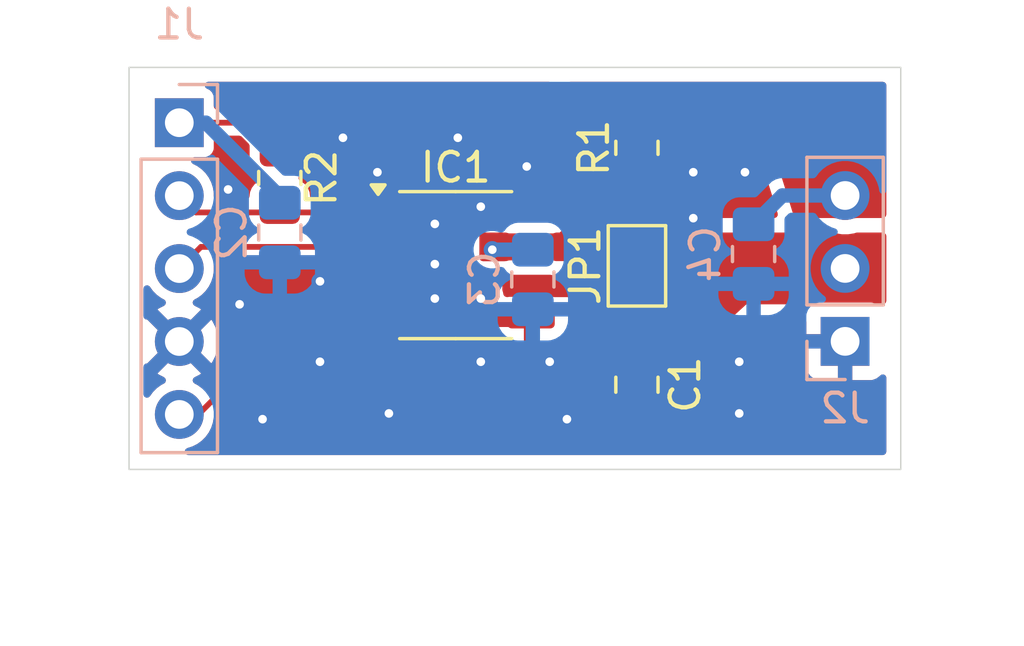
<source format=kicad_pcb>
(kicad_pcb (version 20241229) (generator "pcbnew") (generator_version "9.0")
  (layers (0 "F.Cu" signal) (2 "B.Cu" signal) (13 "F.Paste" user) (15 "B.Paste" user) (5 "F.SilkS" user "F.Silkscreen") (7 "B.SilkS" user "B.Silkscreen") (1 "F.Mask" user) (3 "B.Mask" user) (25 "Edge.Cuts" user))
  (net 0 "")
  (net 1 "Net-(IC1-LIN)")
  (net 2 "GND")
  (net 3 "VBAT")
  (net 4 "Net-(IC1-NSLP)")
  (net 5 "Net-(IC1-TXD)")
  (net 8 "Net-(IC1-RXD)")
  (net 9 "VCC")
  (net 10 "Net-(JP1-B)")
  (footprint "Jumper:SolderJumper-2_P1.3mm_Open_TrianglePad1.0x1.5mm" (layer "F.Cu") (at 154.0875 99.86 90)
    (property "Reference" "JP1" (at 0 -1.8 90) (layer "F.SilkS"))
    (property "Value" "SolderJumper_2_Open")
    (fp_line (start 1.4 -1) (end 1.4 1) (stroke (width 0.12)) (layer "F.SilkS"))
    (fp_line (start -1.4 -1) (end 1.4 -1) (stroke (width 0.12)) (layer "F.SilkS"))
    (fp_line (start 1.4 1) (end -1.4 1) (stroke (width 0.12)) (layer "F.SilkS"))
    (fp_line (start -1.4 1) (end -1.4 -1) (stroke (width 0.12)) (layer "F.SilkS"))
    (pad "1" smd custom (at -0.725 0 90) (size 0.3 0.3) (layers "F.Cu" "F.Mask") (net 1 "Net-(IC1-LIN)") (options (clearance outline) (anchor rect)) (primitives (gr_poly (pts (xy 1 0) (xy 0.5 0.75) (xy -0.5 0.75) (xy -0.5 -0.75) (xy 0.5 -0.75)) (width 0) (fill yes))))
    (pad "2" smd custom (at 0.725 0 90) (size 0.3 0.3) (layers "F.Cu" "F.Mask") (net 10 "Net-(JP1-B)") (options (clearance outline) (anchor rect)) (primitives (gr_poly (pts (xy 0.5 0.75) (xy -0.65 0.75) (xy -0.15 0) (xy -0.65 -0.75) (xy 0.5 -0.75)) (width 0) (fill yes))))
  )
  (footprint "Capacitor_SMD:C_0805_2012Metric_Pad1.18x1.45mm_HandSolder" (layer "F.Cu") (at 154.0875 104 -90)
    (property "Reference" "C1" (at 0 -1.68 90) (layer "F.SilkS"))
    (property "Value" "1nF")
    (fp_line (start -0.261252 0.735) (end 0.261252 0.735) (stroke (width 0.12)) (layer "F.SilkS"))
    (fp_line (start -0.261252 -0.735) (end 0.261252 -0.735) (stroke (width 0.12)) (layer "F.SilkS"))
    (pad "1" smd roundrect (at -1.0375 0 270) (size 1.175 1.45) (layers "F.Cu" "F.Mask" "F.Paste") (roundrect_rratio 0.212766) (net 1 "Net-(IC1-LIN)"))
    (pad "2" smd roundrect (at 1.0375 0 270) (size 1.175 1.45) (layers "F.Cu" "F.Mask" "F.Paste") (roundrect_rratio 0.212766) (net 2 "GND"))
  )
  (footprint "Resistor_SMD:R_0805_2012Metric_Pad1.20x1.40mm_HandSolder" (layer "F.Cu") (at 141.65 96.8 -90)
    (property "Reference" "R2" (at 0 -1.45 90) (layer "F.SilkS"))
    (property "Value" "2K4")
    (fp_line (start -0.227064 0.735) (end 0.227064 0.735) (stroke (width 0.12)) (layer "F.SilkS"))
    (fp_line (start -0.227064 -0.735) (end 0.227064 -0.735) (stroke (width 0.12)) (layer "F.SilkS"))
    (pad "1" smd roundrect (at -1 0 270) (size 1.2 1.4) (layers "F.Cu" "F.Mask" "F.Paste") (roundrect_rratio 0.208333) (net 9 "VCC"))
    (pad "2" smd roundrect (at 1 0 270) (size 1.2 1.4) (layers "F.Cu" "F.Mask" "F.Paste") (roundrect_rratio 0.208333) (net 8 "Net-(IC1-RXD)"))
  )
  (footprint "Resistor_SMD:R_0805_2012Metric_Pad1.20x1.40mm_HandSolder" (layer "F.Cu") (at 154.0875 95.75 -90)
    (property "Reference" "R1" (at 0 1.5 90) (layer "F.SilkS"))
    (property "Value" "1K")
    (fp_line (start -0.227064 0.735) (end 0.227064 0.735) (stroke (width 0.12)) (layer "F.SilkS"))
    (fp_line (start -0.227064 -0.735) (end 0.227064 -0.735) (stroke (width 0.12)) (layer "F.SilkS"))
    (pad "1" smd roundrect (at -1 0 270) (size 1.2 1.4) (layers "F.Cu" "F.Mask" "F.Paste") (roundrect_rratio 0.208333) (net 3 "VBAT"))
    (pad "2" smd roundrect (at 1 0 270) (size 1.2 1.4) (layers "F.Cu" "F.Mask" "F.Paste") (roundrect_rratio 0.208333) (net 10 "Net-(JP1-B)"))
  )
  (footprint "Package_SO:SOP-8_3.9x4.9mm_P1.27mm" (layer "F.Cu") (at 147.775 99.835)
    (property "Reference" "IC1" (at 0 -3.4 0) (layer "F.SilkS"))
    (property "Value" "BD41033FJ-CE2")
    (fp_line (start 0 -2.56) (end -1.95 -2.56) (stroke (width 0.12)) (layer "F.SilkS"))
    (fp_line (start 0 -2.56) (end 1.95 -2.56) (stroke (width 0.12)) (layer "F.SilkS"))
    (fp_line (start 0 2.56) (end -1.95 2.56) (stroke (width 0.12)) (layer "F.SilkS"))
    (fp_line (start 0 2.56) (end 1.95 2.56) (stroke (width 0.12)) (layer "F.SilkS"))
    (fp_poly (pts (xy -2.7 -2.465) (xy -2.94 -2.795) (xy -2.46 -2.795) (xy -2.7 -2.465)) (stroke (width 0.12)) (fill yes) (layer "F.SilkS"))
    (pad "1" smd roundrect (at -2.625 -1.905) (size 1.65 0.6) (layers "F.Cu" "F.Mask" "F.Paste") (net 8 "Net-(IC1-RXD)"))
    (pad "2" smd roundrect (at -2.625 -0.635) (size 1.65 0.6) (layers "F.Cu" "F.Mask" "F.Paste") (net 4 "Net-(IC1-NSLP)"))
    (pad "3" smd roundrect (at -2.625 0.635) (size 1.65 0.6) (layers "F.Cu" "F.Mask" "F.Paste"))
    (pad "4" smd roundrect (at -2.625 1.905) (size 1.65 0.6) (layers "F.Cu" "F.Mask" "F.Paste") (net 5 "Net-(IC1-TXD)"))
    (pad "5" smd roundrect (at 2.625 1.905) (size 1.65 0.6) (layers "F.Cu" "F.Mask" "F.Paste") (net 2 "GND"))
    (pad "6" smd roundrect (at 2.625 0.635) (size 1.65 0.6) (layers "F.Cu" "F.Mask" "F.Paste") (net 1 "Net-(IC1-LIN)"))
    (pad "7" smd roundrect (at 2.625 -0.635) (size 1.65 0.6) (layers "F.Cu" "F.Mask" "F.Paste") (net 3 "VBAT"))
    (pad "8" smd roundrect (at 2.625 -1.905) (size 1.65 0.6) (layers "F.Cu" "F.Mask" "F.Paste"))
  )
  (footprint "Connector_PinHeader_2.54mm:PinHeader_1x05_P2.54mm_Vertical" (layer "B.Cu") (at 138.15 94.875 180)
    (property "Reference" "J1" (at 0 3.425 0) (layer "B.SilkS") (effects (justify mirror)))
    (property "Value" "Conn_01x05_Pin")
    (fp_line (start 1.33 -1.27) (end 1.33 -11.49) (stroke (width 0.12)) (layer "B.SilkS"))
    (fp_line (start -1.33 1.33) (end 0 1.33) (stroke (width 0.12)) (layer "B.SilkS"))
    (fp_line (start -1.33 0) (end -1.33 1.33) (stroke (width 0.12)) (layer "B.SilkS"))
    (fp_line (start -1.33 -1.27) (end 1.33 -1.27) (stroke (width 0.12)) (layer "B.SilkS"))
    (fp_line (start -1.33 -1.27) (end -1.33 -11.49) (stroke (width 0.12)) (layer "B.SilkS"))
    (fp_line (start -1.33 -11.49) (end 1.33 -11.49) (stroke (width 0.12)) (layer "B.SilkS"))
    (pad "1" thru_hole rect (at 0 0 180) (size 1.7 1.7) (drill 1) (layers "*.Cu" "*.Mask") (net 9 "VCC"))
    (pad "2" thru_hole oval (at 0 -2.54 180) (size 1.7 1.7) (drill 1) (layers "*.Cu" "*.Mask") (net 8 "Net-(IC1-RXD)"))
    (pad "3" thru_hole oval (at 0 -5.08 180) (size 1.7 1.7) (drill 1) (layers "*.Cu" "*.Mask") (net 4 "Net-(IC1-NSLP)"))
    (pad "4" thru_hole oval (at 0 -7.62 180) (size 1.7 1.7) (drill 1) (layers "*.Cu" "*.Mask") (net 2 "GND"))
    (pad "5" thru_hole oval (at 0 -10.16 180) (size 1.7 1.7) (drill 1) (layers "*.Cu" "*.Mask") (net 5 "Net-(IC1-TXD)"))
  )
  (footprint "Capacitor_SMD:C_0805_2012Metric_Pad1.18x1.45mm_HandSolder" (layer "B.Cu") (at 141.65 98.7 -90)
    (property "Reference" "C2" (at 0 1.68 90) (layer "B.SilkS") (effects (justify mirror)))
    (property "Value" "1u")
    (fp_line (start -0.261252 0.735) (end 0.261252 0.735) (stroke (width 0.12)) (layer "B.SilkS"))
    (fp_line (start -0.261252 -0.735) (end 0.261252 -0.735) (stroke (width 0.12)) (layer "B.SilkS"))
    (pad "1" smd roundrect (at -1.0375 0 270) (size 1.175 1.45) (layers "B.Cu" "B.Mask" "B.Paste") (roundrect_rratio 0.212766) (net 9 "VCC"))
    (pad "2" smd roundrect (at 1.0375 0 270) (size 1.175 1.45) (layers "B.Cu" "B.Mask" "B.Paste") (roundrect_rratio 0.212766) (net 2 "GND"))
  )
  (footprint "Connector_PinHeader_2.54mm:PinHeader_1x03_P2.54mm_Vertical" (layer "B.Cu") (at 161.3375 102.49)
    (property "Reference" "J2" (at 0 2.33 0) (layer "B.SilkS") (effects (justify mirror)))
    (property "Value" "Conn_01x03_Pin")
    (fp_line (start -1.33 -6.41) (end 1.33 -6.41) (stroke (width 0.12)) (layer "B.SilkS"))
    (fp_line (start -1.33 -1.27) (end -1.33 -6.41) (stroke (width 0.12)) (layer "B.SilkS"))
    (fp_line (start -1.33 -1.27) (end 1.33 -1.27) (stroke (width 0.12)) (layer "B.SilkS"))
    (fp_line (start -1.33 0) (end -1.33 1.33) (stroke (width 0.12)) (layer "B.SilkS"))
    (fp_line (start -1.33 1.33) (end 0 1.33) (stroke (width 0.12)) (layer "B.SilkS"))
    (fp_line (start 1.33 -1.27) (end 1.33 -6.41) (stroke (width 0.12)) (layer "B.SilkS"))
    (pad "1" thru_hole rect (at 0 0) (size 1.7 1.7) (drill 1) (layers "*.Cu" "*.Mask") (net 2 "GND"))
    (pad "2" thru_hole oval (at 0 -2.54) (size 1.7 1.7) (drill 1) (layers "*.Cu" "*.Mask") (net 1 "Net-(IC1-LIN)"))
    (pad "3" thru_hole oval (at 0 -5.08) (size 1.7 1.7) (drill 1) (layers "*.Cu" "*.Mask") (net 3 "VBAT"))
  )
  (footprint "Capacitor_SMD:C_0805_2012Metric_Pad1.18x1.45mm_HandSolder" (layer "B.Cu") (at 150.4625 100.335 -90)
    (property "Reference" "C3" (at 0 1.68 90) (layer "B.SilkS") (effects (justify mirror)))
    (property "Value" "100n")
    (fp_line (start -0.261252 0.735) (end 0.261252 0.735) (stroke (width 0.12)) (layer "B.SilkS"))
    (fp_line (start -0.261252 -0.735) (end 0.261252 -0.735) (stroke (width 0.12)) (layer "B.SilkS"))
    (pad "1" smd roundrect (at -1.0375 0 270) (size 1.175 1.45) (layers "B.Cu" "B.Mask" "B.Paste") (roundrect_rratio 0.212766) (net 3 "VBAT"))
    (pad "2" smd roundrect (at 1.0375 0 270) (size 1.175 1.45) (layers "B.Cu" "B.Mask" "B.Paste") (roundrect_rratio 0.212766) (net 2 "GND"))
  )
  (footprint "Capacitor_SMD:C_0805_2012Metric_Pad1.18x1.45mm_HandSolder" (layer "B.Cu") (at 158.15 99.45 -90)
    (property "Reference" "C4" (at 0 1.68 90) (layer "B.SilkS") (effects (justify mirror)))
    (property "Value" "1u")
    (fp_line (start -0.261252 0.735) (end 0.261252 0.735) (stroke (width 0.12)) (layer "B.SilkS"))
    (fp_line (start -0.261252 -0.735) (end 0.261252 -0.735) (stroke (width 0.12)) (layer "B.SilkS"))
    (pad "1" smd roundrect (at -1.0375 0 270) (size 1.175 1.45) (layers "B.Cu" "B.Mask" "B.Paste") (roundrect_rratio 0.212766) (net 3 "VBAT"))
    (pad "2" smd roundrect (at 1.0375 0 270) (size 1.175 1.45) (layers "B.Cu" "B.Mask" "B.Paste") (roundrect_rratio 0.212766) (net 2 "GND"))
  )
  (gr_rect (start 136.4 92.95) (end 163.275 106.95) (stroke (width 0.05)) (fill no) (layer "Edge.Cuts"))
  (via (at 147.85 95.4) (size 0.6) (drill 0.3) (layers "F.Cu" "B.Cu") (net 2))
  (via (at 145.45 105) (size 0.6) (drill 0.3) (layers "F.Cu" "B.Cu") (net 2))
  (via (at 143.05 103.2) (size 0.6) (drill 0.3) (layers "F.Cu" "B.Cu") (net 2))
  (via (at 143.05 100.4) (size 0.6) (drill 0.3) (layers "F.Cu" "B.Cu") (net 2))
  (via (at 143.85 95.4) (size 0.6) (drill 0.3) (layers "F.Cu" "B.Cu") (net 2))
  (via (at 157.65 105) (size 0.6) (drill 0.3) (layers "F.Cu" "B.Cu") (net 2))
  (via (at 157.65 103.2) (size 0.6) (drill 0.3) (layers "F.Cu" "B.Cu") (net 2))
  (via (at 150.25 96.4) (size 0.6) (drill 0.3) (layers "F.Cu" "B.Cu") (net 2))
  (via (at 147.05 98.4) (size 0.6) (drill 0.3) (layers "F.Cu" "B.Cu") (net 2))
  (via (at 157.85 96.6) (size 0.6) (drill 0.3) (layers "F.Cu" "B.Cu") (net 2))
  (via (at 147.05 99.8) (size 0.6) (drill 0.3) (layers "F.Cu" "B.Cu") (net 2))
  (via (at 151.05 103.2) (size 0.6) (drill 0.3) (layers "F.Cu" "B.Cu") (net 2))
  (via (at 141.05 105.2) (size 0.6) (drill 0.3) (layers "F.Cu" "B.Cu") (net 2))
  (via (at 148.65 97.8) (size 0.6) (drill 0.3) (layers "F.Cu" "B.Cu") (net 2))
  (via (at 139.85 97.2) (size 0.6) (drill 0.3) (layers "F.Cu" "B.Cu") (net 2))
  (via (at 148.65 103.2) (size 0.6) (drill 0.3) (layers "F.Cu" "B.Cu") (net 2))
  (via (at 140.25 101.2) (size 0.6) (drill 0.3) (layers "F.Cu" "B.Cu") (net 2))
  (via (at 148.65 101) (size 0.6) (drill 0.3) (layers "F.Cu" "B.Cu") (net 2))
  (via (at 145.05 96.6) (size 0.6) (drill 0.3) (layers "F.Cu" "B.Cu") (net 2))
  (via (at 151.65 105.2) (size 0.6) (drill 0.3) (layers "F.Cu" "B.Cu") (net 2))
  (via (at 156.05 98.2) (size 0.6) (drill 0.3) (layers "F.Cu" "B.Cu") (net 2))
  (via (at 147.05 101) (size 0.6) (drill 0.3) (layers "F.Cu" "B.Cu") (net 2))
  (via (at 156.05 96.6) (size 0.6) (drill 0.3) (layers "F.Cu" "B.Cu") (net 2))
  (via (at 149.05 99.2975) (size 0.6) (drill 0.3) (layers "F.Cu" "B.Cu") (net 3))
  (segment (start 158.15 98.4125) (end 159.1525 97.41) (width 0.5) (layer "B.Cu") (net 3))
  (segment (start 149.05 99.2975) (end 150.4625 99.2975) (width 0.5) (layer "B.Cu") (net 3))
  (segment (start 159.1525 97.41) (end 161.3375 97.41) (width 0.5) (layer "B.Cu") (net 3))
  (segment (start 138.15 99.955) (end 138.905 99.2) (width 0.2) (layer "F.Cu") (net 4))
  (segment (start 138.905 99.2) (end 145.15 99.2) (width 0.2) (layer "F.Cu") (net 4))
  (segment (start 145.15 101.74) (end 142.11 101.74) (width 0.2) (layer "F.Cu") (net 5))
  (segment (start 138.815 105.035) (end 138.15 105.035) (width 0.2) (layer "F.Cu") (net 5))
  (segment (start 142.11 101.74) (end 138.815 105.035) (width 0.2) (layer "F.Cu") (net 5))
  (segment (start 145.08 98) (end 145.15 97.93) (width 0.2) (layer "F.Cu") (net 8))
  (segment (start 138.735 98) (end 145.08 98) (width 0.2) (layer "F.Cu") (net 8))
  (segment (start 138.15 97.415) (end 138.735 98) (width 0.2) (layer "F.Cu") (net 8))
  (segment (start 138.15 94.875) (end 140.475 94.875) (width 0.2) (layer "F.Cu") (net 9))
  (segment (start 140.475 94.875) (end 141.05 95.45) (width 0.2) (layer "F.Cu") (net 9))
  (segment (start 141.65 97.6625) (end 141.65 97.45) (width 0.5) (layer "B.Cu") (net 9))
  (segment (start 141.65 97.45) (end 139.075 94.875) (width 0.5) (layer "B.Cu") (net 9))
  (segment (start 139.075 94.875) (end 138.15 94.875) (width 0.5) (layer "B.Cu") (net 9))
  (zone (net 1) (net_name "Net-(IC1-LIN)") (layer "F.Cu") (priority 2) (connect_pads yes (clearance 0.5)) (min_thickness 0.25) (fill yes (thermal_gap 0.5) (thermal_bridge_width 0.5))
    (polygon (pts (xy 149.4 100.2) (xy 149.4 100.95) (xy 151.9 100.95) (xy 151.9 102.45) (xy 153.15 103.7) (xy 155.15 103.7) (xy 157.9 101.2) (xy 163.65 101.2) (xy 163.65 98.7) (xy 156.9 98.7) (xy 155.4 100.2)))
  )
  (zone (net 3) (net_name "VBAT") (layer "F.Cu") (priority 1) (connect_pads yes (clearance 0.5)) (min_thickness 0.25) (fill yes (thermal_gap 0.5) (thermal_bridge_width 0.5))
    (polygon (pts (xy 148.6 98.7) (xy 148.6 99.7) (xy 151.65 99.7) (xy 152.65 99.2) (xy 152.65 96.45) (xy 153.4 95.7) (xy 158.790625 95.7) (xy 159.728125 98.7) (xy 163.65 98.7) (xy 163.65 92.7) (xy 151.65 92.7) (xy 151.65 98.45) (xy 151.4 98.7)))
  )
  (zone (net 10) (net_name "Net-(JP1-B)") (layer "F.Cu") (priority 3) (connect_pads yes (clearance 0.5)) (min_thickness 0.25) (fill yes (thermal_gap 0.5) (thermal_bridge_width 0.5))
    (polygon (pts (xy 153.4 95.95) (xy 153.1 96.25) (xy 153.1 99.7) (xy 153.4 99.7) (xy 154.15 99.2) (xy 154.9 99.7) (xy 154.95 99.7) (xy 154.95 95.95)))
  )
  (zone (net 2) (net_name "GND") (layers "F.Cu" "B.Cu") (connect_pads (clearance 0.35)) (min_thickness 0.25) (fill yes (thermal_gap 0.5) (thermal_bridge_width 0.5))
    (polygon (pts (xy 135.9 92.7) (xy 135.9 107.45) (xy 163.65 107.45) (xy 163.65 92.7)))
  )
)
</source>
